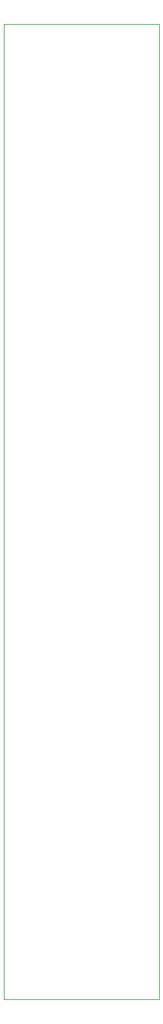
<source format=gbr>
G04 #@! TF.GenerationSoftware,KiCad,Pcbnew,5.1.7-1.fc31*
G04 #@! TF.CreationDate,2021-04-18T23:13:41-04:00*
G04 #@! TF.ProjectId,offsetAttenuverterface,6f666673-6574-4417-9474-656e75766572,rev?*
G04 #@! TF.SameCoordinates,Original*
G04 #@! TF.FileFunction,Profile,NP*
%FSLAX46Y46*%
G04 Gerber Fmt 4.6, Leading zero omitted, Abs format (unit mm)*
G04 Created by KiCad (PCBNEW 5.1.7-1.fc31) date 2021-04-18 23:13:41*
%MOMM*%
%LPD*%
G01*
G04 APERTURE LIST*
G04 #@! TA.AperFunction,Profile*
%ADD10C,0.050000*%
G04 #@! TD*
G04 APERTURE END LIST*
D10*
X45720000Y-161290000D02*
X45720000Y-152400000D01*
X25400000Y-161290000D02*
X45720000Y-161290000D01*
X25400000Y-152400000D02*
X25400000Y-161290000D01*
X45720000Y-34290000D02*
X45720000Y-43180000D01*
X25400000Y-34290000D02*
X45720000Y-34290000D01*
X25400000Y-43180000D02*
X25400000Y-34290000D01*
X25400000Y-43180000D02*
X25400000Y-152400000D01*
X45720000Y-152400000D02*
X45720000Y-43180000D01*
M02*

</source>
